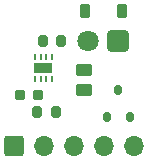
<source format=gbr>
%TF.GenerationSoftware,KiCad,Pcbnew,(5.99.0-10558-ge4ac0fb5a1)*%
%TF.CreationDate,2021-10-01T15:24:51+01:00*%
%TF.ProjectId,vsop-breakout,76736f70-2d62-4726-9561-6b6f75742e6b,rev?*%
%TF.SameCoordinates,Original*%
%TF.FileFunction,Soldermask,Top*%
%TF.FilePolarity,Negative*%
%FSLAX46Y46*%
G04 Gerber Fmt 4.6, Leading zero omitted, Abs format (unit mm)*
G04 Created by KiCad (PCBNEW (5.99.0-10558-ge4ac0fb5a1)) date 2021-10-01 15:24:51*
%MOMM*%
%LPD*%
G01*
G04 APERTURE LIST*
G04 Aperture macros list*
%AMRoundRect*
0 Rectangle with rounded corners*
0 $1 Rounding radius*
0 $2 $3 $4 $5 $6 $7 $8 $9 X,Y pos of 4 corners*
0 Add a 4 corners polygon primitive as box body*
4,1,4,$2,$3,$4,$5,$6,$7,$8,$9,$2,$3,0*
0 Add four circle primitives for the rounded corners*
1,1,$1+$1,$2,$3*
1,1,$1+$1,$4,$5*
1,1,$1+$1,$6,$7*
1,1,$1+$1,$8,$9*
0 Add four rect primitives between the rounded corners*
20,1,$1+$1,$2,$3,$4,$5,0*
20,1,$1+$1,$4,$5,$6,$7,0*
20,1,$1+$1,$6,$7,$8,$9,0*
20,1,$1+$1,$8,$9,$2,$3,0*%
G04 Aperture macros list end*
%ADD10RoundRect,0.225000X0.225000X0.375000X-0.225000X0.375000X-0.225000X-0.375000X0.225000X-0.375000X0*%
%ADD11RoundRect,0.249984X-0.439516X0.292516X-0.439516X-0.292516X0.439516X-0.292516X0.439516X0.292516X0*%
%ADD12C,1.800000*%
%ADD13RoundRect,0.250200X0.649800X0.649800X-0.649800X0.649800X-0.649800X-0.649800X0.649800X-0.649800X0*%
%ADD14RoundRect,0.249900X0.600100X-0.600100X0.600100X0.600100X-0.600100X0.600100X-0.600100X-0.600100X0*%
%ADD15O,1.700000X1.700000*%
%ADD16R,0.270000X0.615000*%
%ADD17R,1.600000X0.900000*%
%ADD18RoundRect,0.205004X0.205496X0.284496X-0.205496X0.284496X-0.205496X-0.284496X0.205496X-0.284496X0*%
%ADD19RoundRect,0.205004X-0.205496X-0.284496X0.205496X-0.284496X0.205496X0.284496X-0.205496X0.284496X0*%
%ADD20RoundRect,0.152006X0.152494X-0.260994X0.152494X0.260994X-0.152494X0.260994X-0.152494X-0.260994X0*%
%ADD21RoundRect,0.205000X0.205000X0.259500X-0.205000X0.259500X-0.205000X-0.259500X0.205000X-0.259500X0*%
G04 APERTURE END LIST*
D10*
%TO.C,D1*%
X164820000Y-123190000D03*
X167920000Y-123190000D03*
%TD*%
D11*
%TO.C,R2*%
X164750000Y-129865000D03*
X164750000Y-128135000D03*
%TD*%
D12*
%TO.C,D2*%
X165100000Y-125730000D03*
D13*
X167640000Y-125730000D03*
%TD*%
D14*
%TO.C,J1*%
X158755000Y-134620000D03*
D15*
X161295000Y-134620000D03*
X163835000Y-134620000D03*
X166375000Y-134620000D03*
X168915000Y-134620000D03*
%TD*%
D16*
%TO.C,U1*%
X160540000Y-128957000D03*
X161040000Y-128957000D03*
X161540000Y-128957000D03*
X162040000Y-128957000D03*
X162040000Y-127043000D03*
X161540000Y-127043000D03*
X161040000Y-127043000D03*
X160540000Y-127043000D03*
D17*
X161290000Y-128000000D03*
%TD*%
D18*
%TO.C,R3*%
X161225000Y-125750000D03*
X162775000Y-125750000D03*
%TD*%
D19*
%TO.C,R1*%
X160765000Y-131750000D03*
X162315000Y-131750000D03*
%TD*%
D20*
%TO.C,Q1*%
X167640000Y-129887000D03*
X168590000Y-132113000D03*
X166690000Y-132113000D03*
%TD*%
D21*
%TO.C,C1*%
X159285000Y-130250000D03*
X160795000Y-130250000D03*
%TD*%
M02*

</source>
